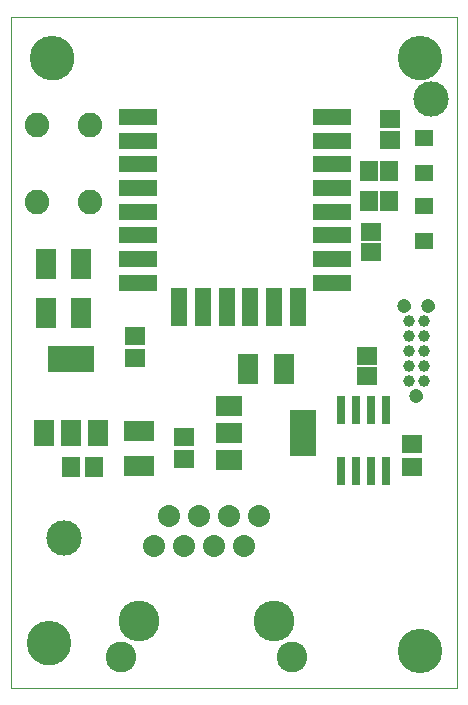
<source format=gts>
G75*
%MOIN*%
%OFA0B0*%
%FSLAX24Y24*%
%IPPOS*%
%LPD*%
%AMOC8*
5,1,8,0,0,1.08239X$1,22.5*
%
%ADD10C,0.0000*%
%ADD11C,0.1480*%
%ADD12R,0.0671X0.0592*%
%ADD13R,0.0592X0.0671*%
%ADD14C,0.1181*%
%ADD15R,0.0710X0.1025*%
%ADD16C,0.0734*%
%ADD17C,0.1360*%
%ADD18C,0.1025*%
%ADD19R,0.0316X0.0946*%
%ADD20R,0.1261X0.0552*%
%ADD21R,0.0552X0.1261*%
%ADD22R,0.0631X0.0552*%
%ADD23R,0.0867X0.0671*%
%ADD24R,0.0867X0.1576*%
%ADD25R,0.0671X0.0867*%
%ADD26R,0.1576X0.0867*%
%ADD27C,0.0820*%
%ADD28R,0.1025X0.0710*%
%ADD29C,0.0390*%
%ADD30C,0.0474*%
D10*
X000180Y000954D02*
X000180Y023325D01*
X015050Y023325D01*
X015050Y000954D01*
X000180Y000954D01*
X000730Y002454D02*
X000732Y002506D01*
X000738Y002558D01*
X000748Y002610D01*
X000761Y002660D01*
X000778Y002710D01*
X000799Y002758D01*
X000824Y002804D01*
X000852Y002848D01*
X000883Y002890D01*
X000917Y002930D01*
X000954Y002967D01*
X000994Y003001D01*
X001036Y003032D01*
X001080Y003060D01*
X001126Y003085D01*
X001174Y003106D01*
X001224Y003123D01*
X001274Y003136D01*
X001326Y003146D01*
X001378Y003152D01*
X001430Y003154D01*
X001482Y003152D01*
X001534Y003146D01*
X001586Y003136D01*
X001636Y003123D01*
X001686Y003106D01*
X001734Y003085D01*
X001780Y003060D01*
X001824Y003032D01*
X001866Y003001D01*
X001906Y002967D01*
X001943Y002930D01*
X001977Y002890D01*
X002008Y002848D01*
X002036Y002804D01*
X002061Y002758D01*
X002082Y002710D01*
X002099Y002660D01*
X002112Y002610D01*
X002122Y002558D01*
X002128Y002506D01*
X002130Y002454D01*
X002128Y002402D01*
X002122Y002350D01*
X002112Y002298D01*
X002099Y002248D01*
X002082Y002198D01*
X002061Y002150D01*
X002036Y002104D01*
X002008Y002060D01*
X001977Y002018D01*
X001943Y001978D01*
X001906Y001941D01*
X001866Y001907D01*
X001824Y001876D01*
X001780Y001848D01*
X001734Y001823D01*
X001686Y001802D01*
X001636Y001785D01*
X001586Y001772D01*
X001534Y001762D01*
X001482Y001756D01*
X001430Y001754D01*
X001378Y001756D01*
X001326Y001762D01*
X001274Y001772D01*
X001224Y001785D01*
X001174Y001802D01*
X001126Y001823D01*
X001080Y001848D01*
X001036Y001876D01*
X000994Y001907D01*
X000954Y001941D01*
X000917Y001978D01*
X000883Y002018D01*
X000852Y002060D01*
X000824Y002104D01*
X000799Y002150D01*
X000778Y002198D01*
X000761Y002248D01*
X000748Y002298D01*
X000738Y002350D01*
X000732Y002402D01*
X000730Y002454D01*
X003790Y003204D02*
X003792Y003254D01*
X003798Y003304D01*
X003808Y003353D01*
X003821Y003402D01*
X003839Y003449D01*
X003860Y003495D01*
X003884Y003538D01*
X003912Y003580D01*
X003943Y003620D01*
X003977Y003657D01*
X004014Y003691D01*
X004054Y003722D01*
X004096Y003750D01*
X004139Y003774D01*
X004185Y003795D01*
X004232Y003813D01*
X004281Y003826D01*
X004330Y003836D01*
X004380Y003842D01*
X004430Y003844D01*
X004480Y003842D01*
X004530Y003836D01*
X004579Y003826D01*
X004628Y003813D01*
X004675Y003795D01*
X004721Y003774D01*
X004764Y003750D01*
X004806Y003722D01*
X004846Y003691D01*
X004883Y003657D01*
X004917Y003620D01*
X004948Y003580D01*
X004976Y003538D01*
X005000Y003495D01*
X005021Y003449D01*
X005039Y003402D01*
X005052Y003353D01*
X005062Y003304D01*
X005068Y003254D01*
X005070Y003204D01*
X005068Y003154D01*
X005062Y003104D01*
X005052Y003055D01*
X005039Y003006D01*
X005021Y002959D01*
X005000Y002913D01*
X004976Y002870D01*
X004948Y002828D01*
X004917Y002788D01*
X004883Y002751D01*
X004846Y002717D01*
X004806Y002686D01*
X004764Y002658D01*
X004721Y002634D01*
X004675Y002613D01*
X004628Y002595D01*
X004579Y002582D01*
X004530Y002572D01*
X004480Y002566D01*
X004430Y002564D01*
X004380Y002566D01*
X004330Y002572D01*
X004281Y002582D01*
X004232Y002595D01*
X004185Y002613D01*
X004139Y002634D01*
X004096Y002658D01*
X004054Y002686D01*
X004014Y002717D01*
X003977Y002751D01*
X003943Y002788D01*
X003912Y002828D01*
X003884Y002870D01*
X003860Y002913D01*
X003839Y002959D01*
X003821Y003006D01*
X003808Y003055D01*
X003798Y003104D01*
X003792Y003154D01*
X003790Y003204D01*
X008290Y003204D02*
X008292Y003254D01*
X008298Y003304D01*
X008308Y003353D01*
X008321Y003402D01*
X008339Y003449D01*
X008360Y003495D01*
X008384Y003538D01*
X008412Y003580D01*
X008443Y003620D01*
X008477Y003657D01*
X008514Y003691D01*
X008554Y003722D01*
X008596Y003750D01*
X008639Y003774D01*
X008685Y003795D01*
X008732Y003813D01*
X008781Y003826D01*
X008830Y003836D01*
X008880Y003842D01*
X008930Y003844D01*
X008980Y003842D01*
X009030Y003836D01*
X009079Y003826D01*
X009128Y003813D01*
X009175Y003795D01*
X009221Y003774D01*
X009264Y003750D01*
X009306Y003722D01*
X009346Y003691D01*
X009383Y003657D01*
X009417Y003620D01*
X009448Y003580D01*
X009476Y003538D01*
X009500Y003495D01*
X009521Y003449D01*
X009539Y003402D01*
X009552Y003353D01*
X009562Y003304D01*
X009568Y003254D01*
X009570Y003204D01*
X009568Y003154D01*
X009562Y003104D01*
X009552Y003055D01*
X009539Y003006D01*
X009521Y002959D01*
X009500Y002913D01*
X009476Y002870D01*
X009448Y002828D01*
X009417Y002788D01*
X009383Y002751D01*
X009346Y002717D01*
X009306Y002686D01*
X009264Y002658D01*
X009221Y002634D01*
X009175Y002613D01*
X009128Y002595D01*
X009079Y002582D01*
X009030Y002572D01*
X008980Y002566D01*
X008930Y002564D01*
X008880Y002566D01*
X008830Y002572D01*
X008781Y002582D01*
X008732Y002595D01*
X008685Y002613D01*
X008639Y002634D01*
X008596Y002658D01*
X008554Y002686D01*
X008514Y002717D01*
X008477Y002751D01*
X008443Y002788D01*
X008412Y002828D01*
X008384Y002870D01*
X008360Y002913D01*
X008339Y002959D01*
X008321Y003006D01*
X008308Y003055D01*
X008298Y003104D01*
X008292Y003154D01*
X008290Y003204D01*
X013483Y010704D02*
X013485Y010731D01*
X013491Y010758D01*
X013500Y010784D01*
X013513Y010808D01*
X013529Y010831D01*
X013548Y010850D01*
X013570Y010867D01*
X013594Y010881D01*
X013619Y010891D01*
X013646Y010898D01*
X013673Y010901D01*
X013701Y010900D01*
X013728Y010895D01*
X013754Y010887D01*
X013778Y010875D01*
X013801Y010859D01*
X013822Y010841D01*
X013839Y010820D01*
X013854Y010796D01*
X013865Y010771D01*
X013873Y010745D01*
X013877Y010718D01*
X013877Y010690D01*
X013873Y010663D01*
X013865Y010637D01*
X013854Y010612D01*
X013839Y010588D01*
X013822Y010567D01*
X013801Y010549D01*
X013779Y010533D01*
X013754Y010521D01*
X013728Y010513D01*
X013701Y010508D01*
X013673Y010507D01*
X013646Y010510D01*
X013619Y010517D01*
X013594Y010527D01*
X013570Y010541D01*
X013548Y010558D01*
X013529Y010577D01*
X013513Y010600D01*
X013500Y010624D01*
X013491Y010650D01*
X013485Y010677D01*
X013483Y010704D01*
X013083Y013704D02*
X013085Y013731D01*
X013091Y013758D01*
X013100Y013784D01*
X013113Y013808D01*
X013129Y013831D01*
X013148Y013850D01*
X013170Y013867D01*
X013194Y013881D01*
X013219Y013891D01*
X013246Y013898D01*
X013273Y013901D01*
X013301Y013900D01*
X013328Y013895D01*
X013354Y013887D01*
X013378Y013875D01*
X013401Y013859D01*
X013422Y013841D01*
X013439Y013820D01*
X013454Y013796D01*
X013465Y013771D01*
X013473Y013745D01*
X013477Y013718D01*
X013477Y013690D01*
X013473Y013663D01*
X013465Y013637D01*
X013454Y013612D01*
X013439Y013588D01*
X013422Y013567D01*
X013401Y013549D01*
X013379Y013533D01*
X013354Y013521D01*
X013328Y013513D01*
X013301Y013508D01*
X013273Y013507D01*
X013246Y013510D01*
X013219Y013517D01*
X013194Y013527D01*
X013170Y013541D01*
X013148Y013558D01*
X013129Y013577D01*
X013113Y013600D01*
X013100Y013624D01*
X013091Y013650D01*
X013085Y013677D01*
X013083Y013704D01*
X013883Y013704D02*
X013885Y013731D01*
X013891Y013758D01*
X013900Y013784D01*
X013913Y013808D01*
X013929Y013831D01*
X013948Y013850D01*
X013970Y013867D01*
X013994Y013881D01*
X014019Y013891D01*
X014046Y013898D01*
X014073Y013901D01*
X014101Y013900D01*
X014128Y013895D01*
X014154Y013887D01*
X014178Y013875D01*
X014201Y013859D01*
X014222Y013841D01*
X014239Y013820D01*
X014254Y013796D01*
X014265Y013771D01*
X014273Y013745D01*
X014277Y013718D01*
X014277Y013690D01*
X014273Y013663D01*
X014265Y013637D01*
X014254Y013612D01*
X014239Y013588D01*
X014222Y013567D01*
X014201Y013549D01*
X014179Y013533D01*
X014154Y013521D01*
X014128Y013513D01*
X014101Y013508D01*
X014073Y013507D01*
X014046Y013510D01*
X014019Y013517D01*
X013994Y013527D01*
X013970Y013541D01*
X013948Y013558D01*
X013929Y013577D01*
X013913Y013600D01*
X013900Y013624D01*
X013891Y013650D01*
X013885Y013677D01*
X013883Y013704D01*
X013105Y021954D02*
X013107Y022006D01*
X013113Y022058D01*
X013123Y022110D01*
X013136Y022160D01*
X013153Y022210D01*
X013174Y022258D01*
X013199Y022304D01*
X013227Y022348D01*
X013258Y022390D01*
X013292Y022430D01*
X013329Y022467D01*
X013369Y022501D01*
X013411Y022532D01*
X013455Y022560D01*
X013501Y022585D01*
X013549Y022606D01*
X013599Y022623D01*
X013649Y022636D01*
X013701Y022646D01*
X013753Y022652D01*
X013805Y022654D01*
X013857Y022652D01*
X013909Y022646D01*
X013961Y022636D01*
X014011Y022623D01*
X014061Y022606D01*
X014109Y022585D01*
X014155Y022560D01*
X014199Y022532D01*
X014241Y022501D01*
X014281Y022467D01*
X014318Y022430D01*
X014352Y022390D01*
X014383Y022348D01*
X014411Y022304D01*
X014436Y022258D01*
X014457Y022210D01*
X014474Y022160D01*
X014487Y022110D01*
X014497Y022058D01*
X014503Y022006D01*
X014505Y021954D01*
X014503Y021902D01*
X014497Y021850D01*
X014487Y021798D01*
X014474Y021748D01*
X014457Y021698D01*
X014436Y021650D01*
X014411Y021604D01*
X014383Y021560D01*
X014352Y021518D01*
X014318Y021478D01*
X014281Y021441D01*
X014241Y021407D01*
X014199Y021376D01*
X014155Y021348D01*
X014109Y021323D01*
X014061Y021302D01*
X014011Y021285D01*
X013961Y021272D01*
X013909Y021262D01*
X013857Y021256D01*
X013805Y021254D01*
X013753Y021256D01*
X013701Y021262D01*
X013649Y021272D01*
X013599Y021285D01*
X013549Y021302D01*
X013501Y021323D01*
X013455Y021348D01*
X013411Y021376D01*
X013369Y021407D01*
X013329Y021441D01*
X013292Y021478D01*
X013258Y021518D01*
X013227Y021560D01*
X013199Y021604D01*
X013174Y021650D01*
X013153Y021698D01*
X013136Y021748D01*
X013123Y021798D01*
X013113Y021850D01*
X013107Y021902D01*
X013105Y021954D01*
X000855Y021954D02*
X000857Y022006D01*
X000863Y022058D01*
X000873Y022110D01*
X000886Y022160D01*
X000903Y022210D01*
X000924Y022258D01*
X000949Y022304D01*
X000977Y022348D01*
X001008Y022390D01*
X001042Y022430D01*
X001079Y022467D01*
X001119Y022501D01*
X001161Y022532D01*
X001205Y022560D01*
X001251Y022585D01*
X001299Y022606D01*
X001349Y022623D01*
X001399Y022636D01*
X001451Y022646D01*
X001503Y022652D01*
X001555Y022654D01*
X001607Y022652D01*
X001659Y022646D01*
X001711Y022636D01*
X001761Y022623D01*
X001811Y022606D01*
X001859Y022585D01*
X001905Y022560D01*
X001949Y022532D01*
X001991Y022501D01*
X002031Y022467D01*
X002068Y022430D01*
X002102Y022390D01*
X002133Y022348D01*
X002161Y022304D01*
X002186Y022258D01*
X002207Y022210D01*
X002224Y022160D01*
X002237Y022110D01*
X002247Y022058D01*
X002253Y022006D01*
X002255Y021954D01*
X002253Y021902D01*
X002247Y021850D01*
X002237Y021798D01*
X002224Y021748D01*
X002207Y021698D01*
X002186Y021650D01*
X002161Y021604D01*
X002133Y021560D01*
X002102Y021518D01*
X002068Y021478D01*
X002031Y021441D01*
X001991Y021407D01*
X001949Y021376D01*
X001905Y021348D01*
X001859Y021323D01*
X001811Y021302D01*
X001761Y021285D01*
X001711Y021272D01*
X001659Y021262D01*
X001607Y021256D01*
X001555Y021254D01*
X001503Y021256D01*
X001451Y021262D01*
X001399Y021272D01*
X001349Y021285D01*
X001299Y021302D01*
X001251Y021323D01*
X001205Y021348D01*
X001161Y021376D01*
X001119Y021407D01*
X001079Y021441D01*
X001042Y021478D01*
X001008Y021518D01*
X000977Y021560D01*
X000949Y021604D01*
X000924Y021650D01*
X000903Y021698D01*
X000886Y021748D01*
X000873Y021798D01*
X000863Y021850D01*
X000857Y021902D01*
X000855Y021954D01*
X013105Y002204D02*
X013107Y002256D01*
X013113Y002308D01*
X013123Y002360D01*
X013136Y002410D01*
X013153Y002460D01*
X013174Y002508D01*
X013199Y002554D01*
X013227Y002598D01*
X013258Y002640D01*
X013292Y002680D01*
X013329Y002717D01*
X013369Y002751D01*
X013411Y002782D01*
X013455Y002810D01*
X013501Y002835D01*
X013549Y002856D01*
X013599Y002873D01*
X013649Y002886D01*
X013701Y002896D01*
X013753Y002902D01*
X013805Y002904D01*
X013857Y002902D01*
X013909Y002896D01*
X013961Y002886D01*
X014011Y002873D01*
X014061Y002856D01*
X014109Y002835D01*
X014155Y002810D01*
X014199Y002782D01*
X014241Y002751D01*
X014281Y002717D01*
X014318Y002680D01*
X014352Y002640D01*
X014383Y002598D01*
X014411Y002554D01*
X014436Y002508D01*
X014457Y002460D01*
X014474Y002410D01*
X014487Y002360D01*
X014497Y002308D01*
X014503Y002256D01*
X014505Y002204D01*
X014503Y002152D01*
X014497Y002100D01*
X014487Y002048D01*
X014474Y001998D01*
X014457Y001948D01*
X014436Y001900D01*
X014411Y001854D01*
X014383Y001810D01*
X014352Y001768D01*
X014318Y001728D01*
X014281Y001691D01*
X014241Y001657D01*
X014199Y001626D01*
X014155Y001598D01*
X014109Y001573D01*
X014061Y001552D01*
X014011Y001535D01*
X013961Y001522D01*
X013909Y001512D01*
X013857Y001506D01*
X013805Y001504D01*
X013753Y001506D01*
X013701Y001512D01*
X013649Y001522D01*
X013599Y001535D01*
X013549Y001552D01*
X013501Y001573D01*
X013455Y001598D01*
X013411Y001626D01*
X013369Y001657D01*
X013329Y001691D01*
X013292Y001728D01*
X013258Y001768D01*
X013227Y001810D01*
X013199Y001854D01*
X013174Y001900D01*
X013153Y001948D01*
X013136Y001998D01*
X013123Y002048D01*
X013113Y002100D01*
X013107Y002152D01*
X013105Y002204D01*
D11*
X013805Y002204D03*
X001430Y002454D03*
X001555Y021954D03*
X013805Y021954D03*
D12*
X012805Y019913D03*
X012805Y019244D03*
X012180Y016163D03*
X012180Y015494D03*
X012055Y012038D03*
X012055Y011369D03*
X013555Y009078D03*
X013555Y008330D03*
X005930Y008580D03*
X005930Y009328D03*
X004305Y011955D03*
X004305Y012703D03*
D13*
X002929Y008329D03*
X002181Y008329D03*
X012095Y017204D03*
X012765Y017204D03*
X012765Y018204D03*
X012095Y018204D03*
D14*
X014180Y020579D03*
X001930Y005954D03*
D15*
X001339Y013454D03*
X001339Y015079D03*
X002521Y015079D03*
X002521Y013454D03*
X008089Y011579D03*
X009271Y011579D03*
D16*
X008430Y006704D03*
X007930Y005704D03*
X007430Y006704D03*
X006930Y005704D03*
X006430Y006704D03*
X005930Y005704D03*
X005430Y006704D03*
X004930Y005704D03*
D17*
X004430Y003204D03*
X008930Y003204D03*
D18*
X009530Y002004D03*
X003830Y002004D03*
D19*
X011180Y008180D03*
X011680Y008180D03*
X012180Y008180D03*
X012680Y008180D03*
X012680Y010227D03*
X012180Y010227D03*
X011680Y010227D03*
X011180Y010227D03*
D20*
X010869Y014475D03*
X010869Y015263D03*
X010869Y016050D03*
X010869Y016838D03*
X010869Y017625D03*
X010869Y018412D03*
X010869Y019200D03*
X010869Y019987D03*
X004412Y019987D03*
X004412Y019200D03*
X004412Y018412D03*
X004412Y017625D03*
X004412Y016838D03*
X004412Y016050D03*
X004412Y015263D03*
X004412Y014475D03*
D21*
X005790Y013649D03*
X006578Y013649D03*
X007365Y013649D03*
X008152Y013649D03*
X008940Y013649D03*
X009727Y013649D03*
D22*
X013930Y015863D03*
X013930Y017044D03*
X013930Y018113D03*
X013930Y019294D03*
D23*
X007440Y010359D03*
X007440Y009454D03*
X007440Y008548D03*
D24*
X009920Y009454D03*
D25*
X003086Y009464D03*
X002180Y009464D03*
X001274Y009464D03*
D26*
X002180Y011944D03*
D27*
X002820Y017174D03*
X002820Y019734D03*
X001040Y019734D03*
X001040Y017174D03*
D28*
X004430Y009544D03*
X004430Y008363D03*
D29*
X013430Y011204D03*
X013430Y011704D03*
X013430Y012204D03*
X013430Y012704D03*
X013430Y013204D03*
X013930Y013204D03*
X013930Y012704D03*
X013930Y012204D03*
X013930Y011704D03*
X013930Y011204D03*
D30*
X013680Y010704D03*
X013280Y013704D03*
X014080Y013704D03*
M02*

</source>
